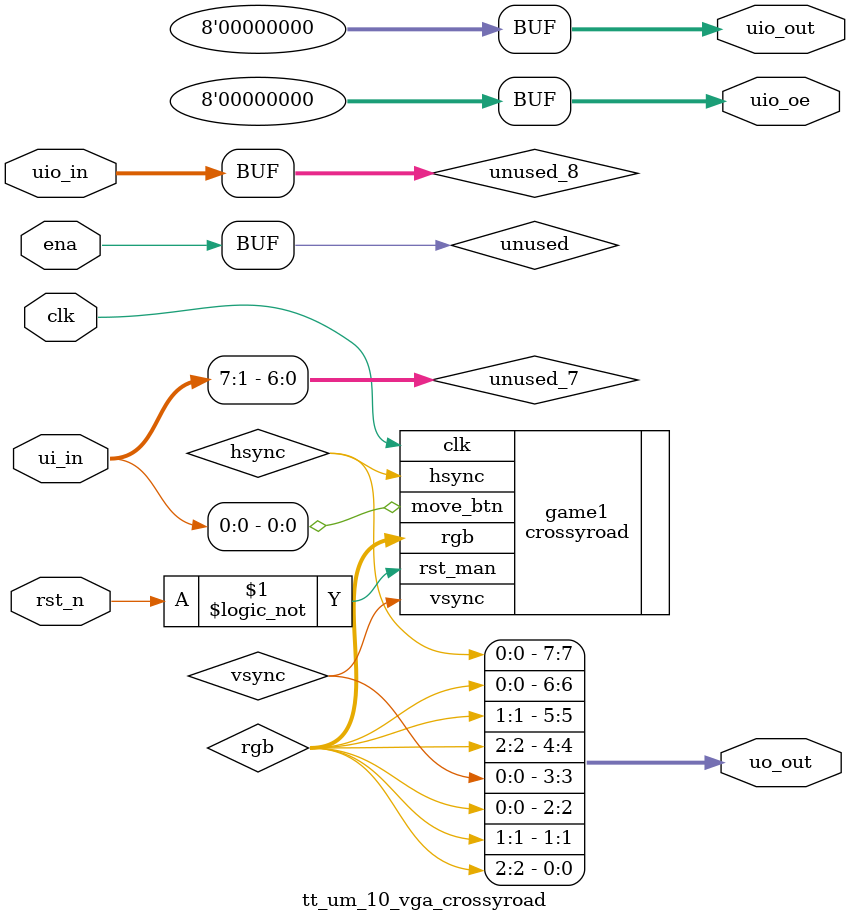
<source format=v>
/*
 * Copyright (c) 2025 Matthew Chen, Jovan Koledin, Ryan Leahy
 * SPDX-License-Identifier: Apache-2.0
 */

`default_nettype none

module tt_um_10_vga_crossyroad (
    input  wire [7:0] ui_in,    // Dedicated inputs
    output wire [7:0] uo_out,   // Dedicated outputs
    input  wire [7:0] uio_in,   // IOs: Input path
    output wire [7:0] uio_out,  // IOs: Output path
    output wire [7:0] uio_oe,   // IOs: Enable path (active high: 0=input, 1=output)
    input  wire       ena,      // always 1 when the design is powered, so you can ignore it
    input  wire       clk,      // clock
    input  wire       rst_n     // reset_n - low to reset
);

  wire hsync, vsync;
  wire [2:0] rgb;
  wire unused;
  wire [7:0] unused_8;
  wire [6:0] unused_7;

  crossyroad game1 (
    .clk(clk),          // System clock
    .rst_man(!rst_n),      // Reset signal
    .move_btn(ui_in[0]),      // Button input for scrolling
    .hsync(hsync),       // Horizontal sync for VGA
    .vsync(vsync),       // Vertical sync for VGA
    .rgb(rgb)
  );
  
  /*
  uo_out Pinout:

  uo_out[0] - R1
  uo_out[1] - G1
  uo_out[2] - B1
  uo_out[3] - vsync
  uo_out[4] - R0
  uo_out[5] - G0
  uo_out[6] - B0
  uo_out[7] - hsync
  */
  assign uo_out = {hsync, rgb[0], rgb[1], rgb[2], vsync, rgb[0], rgb[1], rgb[2]};
  // All output/input pins must be assigned. If not used, assign to 0.
  assign uio_out = 0;
  assign uio_oe  = 0;
  assign unused = ena;
  assign unused_8 = uio_in;
  assign unused_7 = ui_in[7:1];

endmodule
</source>
